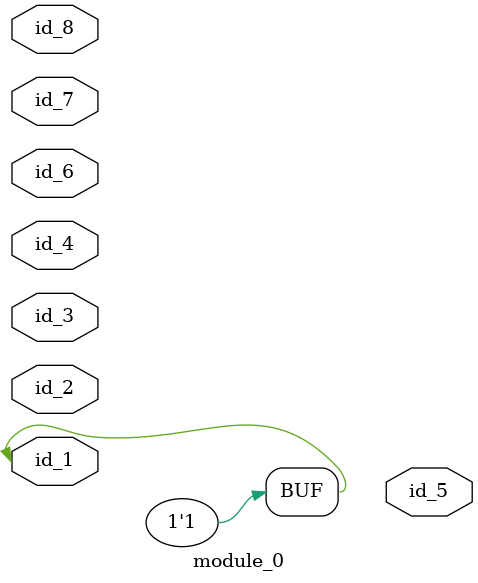
<source format=v>
`timescale 1 ps / 1ps
module module_0 (
    id_1,
    id_2,
    id_3,
    id_4,
    id_5,
    id_6,
    id_7,
    id_8
);
  inout id_8;
  inout id_7;
  input id_6;
  output id_5;
  inout id_4;
  input id_3;
  input id_2;
  inout id_1;
  assign id_1 = 1;
endmodule

</source>
